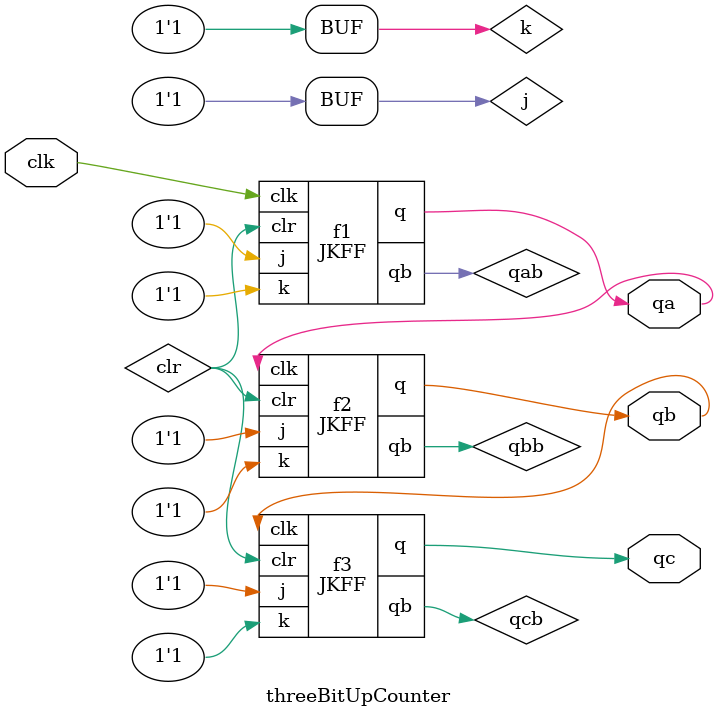
<source format=v>
module JKFF(q,qb,j,k,clk,clr);
input j,k,clk,clr;
output q,qb;
wire w1,w2,m,mb,w3,w4,clkb;

nand (w1,j,clk,qb,clr);
nand(w2,k,clk,q);
nand(m,w1,mb);
nand(mb,w2,m,clr);

not(clkb,clk);

nand(w3,m,clkb);
nand(w4,mb,clkb);
nand(q,w3,qb);
nand(qb,w4,q,clr);
endmodule

module threeBitUpCounter(clk,qa,qb,qc);
input clk;
output qa,qb,qc;
reg j = 1, k =1;
wire clr;
wire qab,qbb,qcb;
JKFF f1(qa,qab,j,k,clk,clr);
JKFF f2(qb,qbb,j,k,qa,clr);
JKFF f3(qc,qcb,j,k,qb,clr);
endmodule 

</source>
